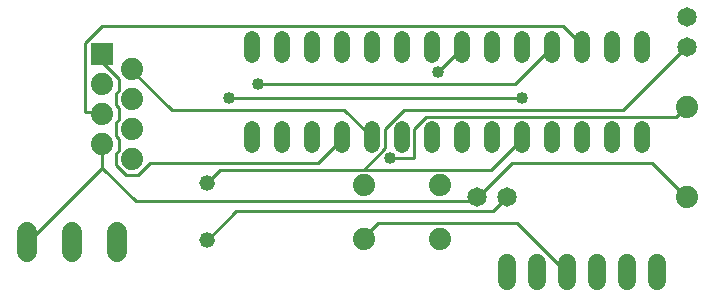
<source format=gbl>
G75*
G70*
%OFA0B0*%
%FSLAX24Y24*%
%IPPOS*%
%LPD*%
%AMOC8*
5,1,8,0,0,1.08239X$1,22.5*
%
%ADD10C,0.0520*%
%ADD11C,0.0740*%
%ADD12R,0.0740X0.0740*%
%ADD13C,0.0520*%
%ADD14C,0.0650*%
%ADD15C,0.0660*%
%ADD16C,0.0600*%
%ADD17C,0.0100*%
%ADD18C,0.0400*%
D10*
X011903Y005583D02*
X011903Y006103D01*
X012903Y006103D02*
X012903Y005583D01*
X013903Y005583D02*
X013903Y006103D01*
X014903Y006103D02*
X014903Y005583D01*
X015903Y005583D02*
X015903Y006103D01*
X016903Y006103D02*
X016903Y005583D01*
X017903Y005583D02*
X017903Y006103D01*
X018903Y006103D02*
X018903Y005583D01*
X019903Y005583D02*
X019903Y006103D01*
X020903Y006103D02*
X020903Y005583D01*
X021903Y005583D02*
X021903Y006103D01*
X022903Y006103D02*
X022903Y005583D01*
X023903Y005583D02*
X023903Y006103D01*
X024903Y006103D02*
X024903Y005583D01*
X024903Y008583D02*
X024903Y009103D01*
X023903Y009103D02*
X023903Y008583D01*
X022903Y008583D02*
X022903Y009103D01*
X021903Y009103D02*
X021903Y008583D01*
X020903Y008583D02*
X020903Y009103D01*
X019903Y009103D02*
X019903Y008583D01*
X018903Y008583D02*
X018903Y009103D01*
X017903Y009103D02*
X017903Y008583D01*
X016903Y008583D02*
X016903Y009103D01*
X015903Y009103D02*
X015903Y008583D01*
X014903Y008583D02*
X014903Y009103D01*
X013903Y009103D02*
X013903Y008583D01*
X012903Y008583D02*
X012903Y009103D01*
X011903Y009103D02*
X011903Y008583D01*
D11*
X007903Y008093D03*
X006903Y007593D03*
X007903Y007093D03*
X006903Y006593D03*
X007903Y006093D03*
X006903Y005593D03*
X007903Y005093D03*
X015623Y004233D03*
X018183Y004233D03*
X018183Y002453D03*
X015623Y002453D03*
X026403Y003843D03*
X026403Y006843D03*
D12*
X006903Y008593D03*
D13*
X010403Y004293D03*
X010403Y002393D03*
D14*
X019403Y003843D03*
X020403Y003843D03*
X026403Y008843D03*
X026403Y009843D03*
D15*
X004403Y002673D02*
X004403Y002013D01*
X005903Y002013D02*
X005903Y002673D01*
X007403Y002673D02*
X007403Y002013D01*
D16*
X020403Y001643D02*
X020403Y001043D01*
X021403Y001043D02*
X021403Y001643D01*
X022403Y001643D02*
X022403Y001043D01*
X023403Y001043D02*
X023403Y001643D01*
X024403Y001643D02*
X024403Y001043D01*
X025403Y001043D02*
X025403Y001643D01*
D17*
X022403Y001343D02*
X022343Y001383D01*
X020743Y002983D01*
X016103Y002983D01*
X015623Y002503D01*
X015623Y002453D01*
X019303Y003703D02*
X019383Y003783D01*
X019403Y003843D01*
X019463Y003863D01*
X020583Y004983D01*
X025223Y004983D01*
X026343Y003863D01*
X026403Y003843D01*
X020903Y005783D02*
X020903Y005843D01*
X020903Y005783D02*
X019863Y004743D01*
X015623Y004743D01*
X016343Y005463D01*
X016343Y006103D01*
X016983Y006743D01*
X024263Y006743D01*
X026343Y008823D01*
X026403Y008843D01*
X022903Y008903D02*
X022903Y008843D01*
X022903Y008903D02*
X022263Y009543D01*
X006903Y009543D01*
X006343Y008983D01*
X006343Y006663D01*
X006903Y006663D01*
X006903Y006593D01*
X007383Y006343D02*
X007463Y006423D01*
X007463Y006823D01*
X007383Y006903D01*
X007383Y007303D01*
X007463Y007383D01*
X007463Y007783D01*
X006903Y008343D01*
X006903Y008593D01*
X007903Y008093D02*
X007943Y008023D01*
X009223Y006743D01*
X014983Y006743D01*
X015863Y005863D01*
X015903Y005843D01*
X014903Y005843D02*
X014903Y005783D01*
X014103Y004983D01*
X008503Y004983D01*
X008103Y004583D01*
X007703Y004583D01*
X007383Y004903D01*
X007383Y005303D01*
X007463Y005383D01*
X007463Y005783D01*
X007383Y005863D01*
X007383Y006343D01*
X006903Y005593D02*
X006903Y004823D01*
X008023Y003703D01*
X019303Y003703D01*
X019943Y003383D02*
X020403Y003843D01*
X019943Y003383D02*
X011383Y003383D01*
X010423Y002423D01*
X010403Y002393D01*
X010403Y004293D02*
X010423Y004343D01*
X010823Y004743D01*
X015623Y004743D01*
X016503Y005143D02*
X017303Y005143D01*
X017303Y006103D01*
X017703Y006503D01*
X026023Y006503D01*
X026343Y006823D01*
X026403Y006843D01*
X021903Y008843D02*
X021863Y008823D01*
X020663Y007623D01*
X012103Y007623D01*
X011143Y007143D02*
X020903Y007143D01*
X018903Y008823D02*
X018103Y008023D01*
X018903Y008823D02*
X018903Y008843D01*
X006903Y004823D02*
X004423Y002343D01*
X004403Y002343D01*
D18*
X011143Y007143D03*
X012103Y007623D03*
X018103Y008023D03*
X020903Y007143D03*
X016503Y005143D03*
M02*

</source>
